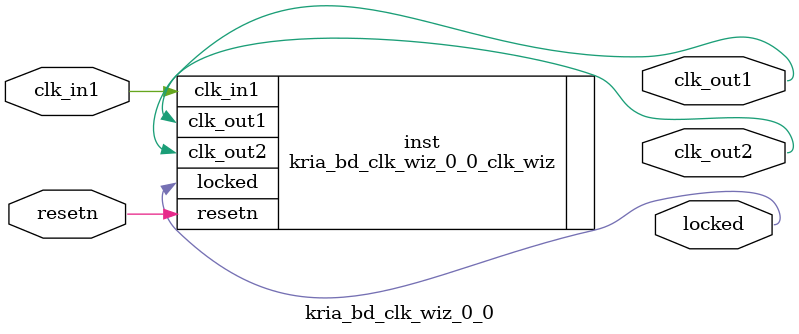
<source format=v>


`timescale 1ps/1ps

(* CORE_GENERATION_INFO = "kria_bd_clk_wiz_0_0,clk_wiz_v6_0_10_0_0,{component_name=kria_bd_clk_wiz_0_0,use_phase_alignment=false,use_min_o_jitter=false,use_max_i_jitter=false,use_dyn_phase_shift=false,use_inclk_switchover=false,use_dyn_reconfig=false,enable_axi=0,feedback_source=FDBK_AUTO,PRIMITIVE=MMCM,num_out_clk=2,clkin1_period=10.000,clkin2_period=10.000,use_power_down=false,use_reset=true,use_locked=true,use_inclk_stopped=false,feedback_type=SINGLE,CLOCK_MGR_TYPE=NA,manual_override=false}" *)

module kria_bd_clk_wiz_0_0 
 (
  // Clock out ports
  output        clk_out1,
  output        clk_out2,
  // Status and control signals
  input         resetn,
  output        locked,
 // Clock in ports
  input         clk_in1
 );

  kria_bd_clk_wiz_0_0_clk_wiz inst
  (
  // Clock out ports  
  .clk_out1(clk_out1),
  .clk_out2(clk_out2),
  // Status and control signals               
  .resetn(resetn), 
  .locked(locked),
 // Clock in ports
  .clk_in1(clk_in1)
  );

endmodule

</source>
